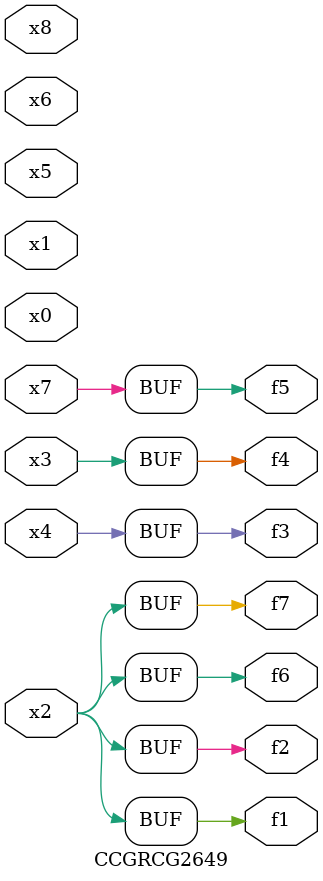
<source format=v>
module CCGRCG2649(
	input x0, x1, x2, x3, x4, x5, x6, x7, x8,
	output f1, f2, f3, f4, f5, f6, f7
);
	assign f1 = x2;
	assign f2 = x2;
	assign f3 = x4;
	assign f4 = x3;
	assign f5 = x7;
	assign f6 = x2;
	assign f7 = x2;
endmodule

</source>
